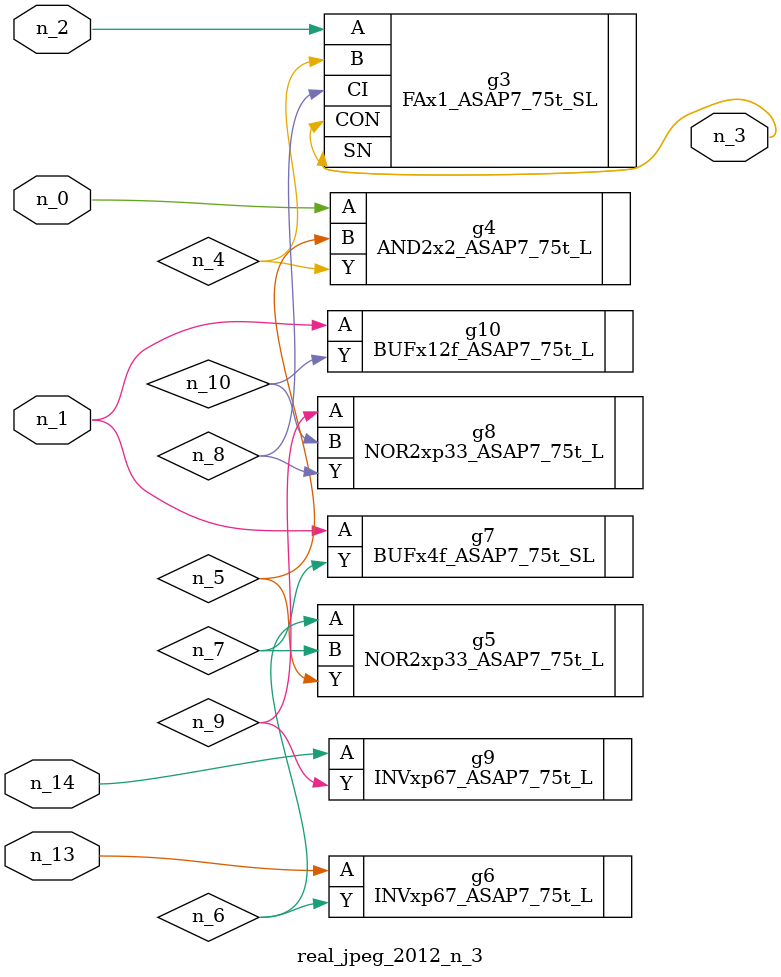
<source format=v>
module real_jpeg_2012_n_3 (n_0, n_1, n_14, n_2, n_13, n_3);

input n_0;
input n_1;
input n_14;
input n_2;
input n_13;

output n_3;

wire n_5;
wire n_4;
wire n_8;
wire n_6;
wire n_7;
wire n_10;
wire n_9;

AND2x2_ASAP7_75t_L g4 ( 
.A(n_0),
.B(n_5),
.Y(n_4)
);

BUFx4f_ASAP7_75t_SL g7 ( 
.A(n_1),
.Y(n_7)
);

BUFx12f_ASAP7_75t_L g10 ( 
.A(n_1),
.Y(n_10)
);

FAx1_ASAP7_75t_SL g3 ( 
.A(n_2),
.B(n_4),
.CI(n_8),
.CON(n_3),
.SN(n_3)
);

NOR2xp33_ASAP7_75t_L g5 ( 
.A(n_6),
.B(n_7),
.Y(n_5)
);

NOR2xp33_ASAP7_75t_L g8 ( 
.A(n_9),
.B(n_10),
.Y(n_8)
);

INVxp67_ASAP7_75t_L g6 ( 
.A(n_13),
.Y(n_6)
);

INVxp67_ASAP7_75t_L g9 ( 
.A(n_14),
.Y(n_9)
);


endmodule
</source>
